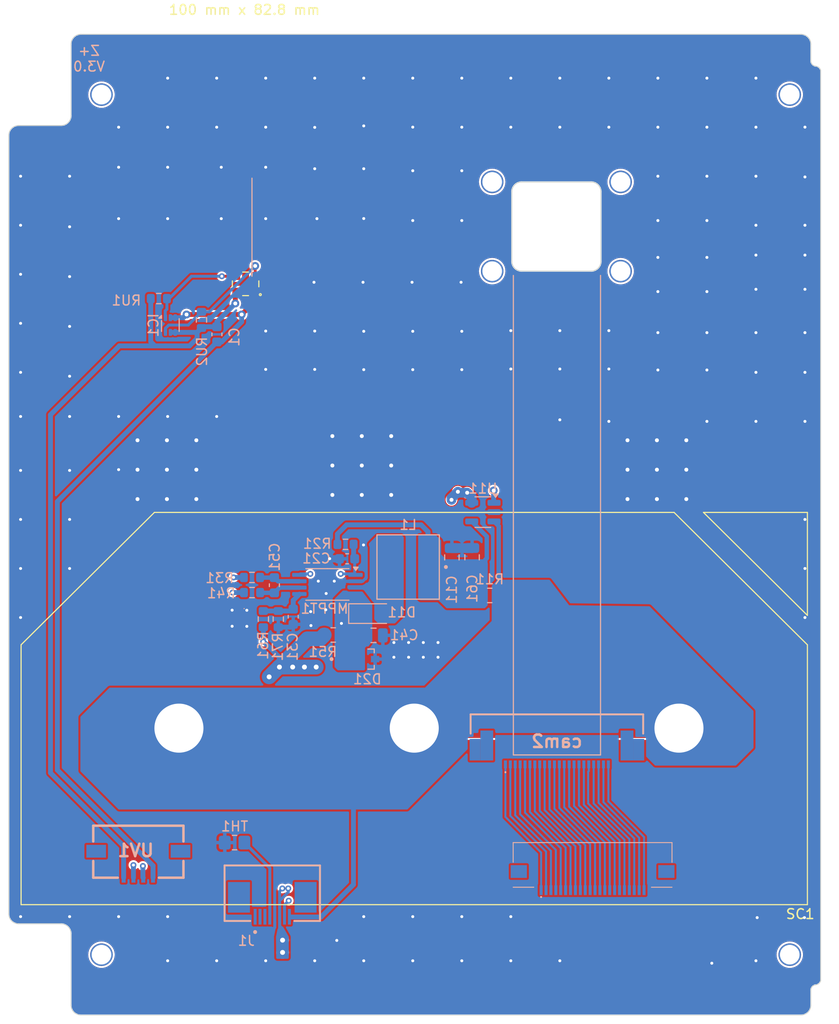
<source format=kicad_pcb>
(kicad_pcb (version 20240108) (generator "pcbnew") (generator_version "8.0")
  (layers (0 "F.Cu" jumper) (1 "In1.Cu" signal) (2 "In2.Cu" signal) (31 "B.Cu" signal) (34 "B.Paste" user) (35 "F.Paste" user) (36 "B.SilkS" user "B.Silkscreen") (37 "F.SilkS" user "F.Silkscreen") (38 "B.Mask" user) (39 "F.Mask" user) (44 "Edge.Cuts" user))
  (net 0 "")
  (net 1 "GND")
  (net 2 "/+3V3")
  (net 3 "/SCL")
  (net 4 "Net-(cam2-Pad1)")
  (net 5 "/SDA")
  (net 6 "Net-(MPPT1-VCTRL)")
  (net 7 "Net-(MPPT1-ICTRL_MINUS)")
  (net 8 "/SC1_V+")
  (net 9 "/SC1_I+")
  (net 10 "/MPPT1")
  (net 11 "Net-(MPPT1-ICTRL_PLUS)")
  (net 12 "/TEMP+")
  (net 16 "GND1")
  (net 17 "Net-(MPPT1-MPP-SET)")
  (net 18 "/SolarMPPT/MPPT1_OUT")
  (net 19 "/SolarMPPT/CUR1_OUT")
  (net 20 "Net-(D11-A)")
  (net 21 "Net-(cam2-Pad2)")
  (net 22 "Net-(cam2-Pad3)")
  (net 23 "Net-(cam2-Pad4)")
  (net 24 "Net-(cam2-Pad5)")
  (net 25 "Net-(cam2-Pad6)")
  (net 26 "Net-(cam2-Pad7)")
  (net 27 "Net-(cam2-Pad8)")
  (net 28 "Net-(cam2-Pad9)")
  (net 29 "Net-(cam2-Pad10)")
  (net 30 "Net-(cam2-Pad11)")
  (net 31 "Net-(cam2-Pad12)")
  (net 32 "Net-(cam2-Pad13)")
  (net 33 "Net-(cam2-Pad14)")
  (net 34 "Net-(cam2-Pad15)")
  (net 35 "Net-(cam2-Pad16)")
  (net 36 "Net-(cam2-Pad17)")
  (net 37 "Net-(cam2-Pad18)")
  (net 38 "Net-(cam2-Pad19)")
  (net 39 "Net-(cam2-Pad20)")
  (net 40 "Net-(cam2-Pad21)")
  (net 41 "Net-(cam2-Pad22)")
  (footprint "STS_solder:3G30A_40x80_Z+" (layer "F.Cu") (at 125.15 108.7802)
    (property "Reference" "SC1")
    (property "Value" "Solar_Cell" (hide yes))
  )
  (footprint "STS_UV:OLGA" (layer "F.Cu") (at 107.95 65.475 180)
    (property "Reference" "U1" (hide yes))
    (property "Value" "GUVA-C32SM")
  )
  (footprint "STS_Sidepanels_Outline:OUTLINE_SidepanelZY" (layer "F.Cu") (at 125.2 89.7)
    (property "Reference" "Outline1" (hide yes))
    (property "Value" "OUTLINE_Sidepanel")
    (fp_line (start -41.4 40.03) (end -41.4 -39.37) (stroke (width 0.1)) (layer "Edge.Cuts"))
    (fp_line (start -40.4 -40.37) (end -36.05 -40.37) (stroke (width 0.1)) (layer "Edge.Cuts"))
    (fp_line (start -40.4 41.03) (end -36.05 41.03) (stroke (width 0.1)) (layer "Edge.Cuts"))
    (fp_line (start -35.05 -48.67) (end -35.05 -41.37) (stroke (width 0.1)) (layer "Edge.Cuts"))
    (fp_line (start -35.05 49.33) (end -35.05 42.03) (stroke (width 0.1)) (layer "Edge.Cuts"))
    (fp_line (start 9.9 -33.62) (end 9.9 -26.52) (stroke (width 0.12)) (layer "Edge.Cuts"))
    (fp_line (start 10.9 -34.62) (end 18 -34.62) (stroke (width 0.12)) (layer "Edge.Cuts"))
    (fp_line (start 10.9 -25.52) (end 18 -25.52) (stroke (width 0.12)) (layer "Edge.Cuts"))
    (fp_line (start 19 -33.62) (end 19 -26.52) (stroke (width 0.12)) (layer "Edge.Cuts"))
    (fp_line (start 39.4 -49.67) (end -34.05 -49.67) (stroke (width 0.1)) (layer "Edge.Cuts"))
    (fp_line (start 39.4 50.33) (end -34.05 50.33) (stroke (width 0.1)) (layer "Edge.Cuts"))
    (fp_line (start 40.4 -47) (end 40.4 -48.67) (stroke (width 0.1)) (layer "Edge.Cuts"))
    (fp_line (start 40.4 49.33) (end 40.4 47.83) (stroke (width 0.1)) (layer "Edge.Cuts"))
    (fp_line (start 41.4 46.83) (end 41.4 -45.995) (stroke (width 0.1)) (layer "Edge.Cuts"))
    (fp_arc (start -41.4 -39.37) (mid -41.105 -40.075) (end -40.4 -40.37) (stroke (width 0.1)) (layer "Edge.Cuts"))
    (fp_arc (start -40.4 41.03) (mid -41.105 40.735) (end -41.4 40.03) (stroke (width 0.1)) (layer "Edge.Cuts"))
    (fp_arc (start -36.05 41.03) (mid -35.345 41.325) (end -35.05 42.03) (stroke (width 0.1)) (layer "Edge.Cuts"))
    (fp_arc (start -35.05 -48.67) (mid -34.755 -49.375) (end -34.05 -49.67) (stroke (width 0.1)) (layer "Edge.Cuts"))
    (fp_arc (start -35.05 -41.37) (mid -35.345 -40.665) (end -36.05 -40.37) (stroke (width 0.1)) (layer "Edge.Cuts"))
    (fp_arc (start -34.05 50.33) (mid -34.755 50.035) (end -35.05 49.33) (stroke (width 0.1)) (layer "Edge.Cuts"))
    (fp_arc (start 9.9 -33.62) (mid 10.189989 -34.330011) (end 10.9 -34.62) (stroke (width 0.12)) (layer "Edge.Cuts"))
    (fp_arc (start 10.9 -25.52) (mid 10.189989 -25.809989) (end 9.9 -26.52) (stroke (width 0.12)) (layer "Edge.Cuts"))
    (fp_arc (start 18 -34.62) (mid 18.710011 -34.330011) (end 19 -33.62) (stroke (width 0.12)) (layer "Edge.Cuts"))
    (fp_arc (start 19 -26.52) (mid 18.710011 -25.809989) (end 18 -25.52) (stroke (width 0.12)) (layer "Edge.Cuts"))
    (fp_arc (start 39.4 -49.67) (mid 40.104987 -49.374987) (end 40.4 -48.67) (stroke (width 0.1)) (layer "Edge.Cuts"))
    (fp_arc (start 40.4 47.83) (mid 40.512809 47.462254) (end 40.84 47.26) (stroke (width 0.1)) (layer "Edge.Cuts"))
    (fp_arc (start 40.4 49.33) (mid 40.104987 50.034987) (end 39.4 50.33) (stroke (width 0.1)) (layer "Edge.Cuts"))
    (fp_arc (start 40.84 -46.43) (mid 40.512817 -46.63226) (end 40.4 -47) (stroke (width 0.1)) (layer "Edge.Cuts"))
    (fp_arc (start 40.84 -46.43) (mid 41.190522 -46.303293) (end 41.4 -45.995) (stroke (width 0.1)) (layer "Edge.Cuts"))
    (fp_arc (start 41.4 46.83) (mid 41.189507 47.135901) (end 40.840046 47.261441) (stroke (width 0.1)) (layer "Edge.Cuts"))
  )
  (footprint "Capacitor_SMD:C_0603_1608Metric" (layer "B.Cu") (at 105.025 70.625 -90)
    (property "Reference" "C1")
    (property "Value" "1u" (hide yes))
  )
  (footprint "Package_TO_SOT_SMD:SOT-563" (layer "B.Cu") (at 100.275 69.675 -90)
    (property "Reference" "IC1")
    (property "Value" "TMP112AQDRLRQ1" (hide yes))
  )
  (footprint "Capacitor_SMD:C_0603_1608Metric" (layer "B.Cu") (at 118.3002 93.5108)
    (property "Reference" "C21")
    (property "Value" "1n" (hide yes))
  )
  (footprint "Package_SO:TSSOP-8_4.4x3mm_P0.65mm" (layer "B.Cu") (at 116.2936 96.127 180)
    (property "Reference" "MPPT1")
    (property "Value" "SPV1040TTR" (hide yes))
  )
  (footprint "Resistor_SMD:R_0603_1608Metric" (layer "B.Cu") (at 111.284 99.66 90)
    (property "Reference" "R71")
    (property "Value" "1k" (hide yes))
  )
  (footprint "STS_semiconductor:DIO_SMM4F5.0A-TR" (layer "B.Cu") (at 119.52 103.74)
    (property "Reference" "D21")
    (property "Value" "SMM4F5.0" (hide yes))
  )
  (footprint "Capacitor_SMD:C_0603_1608Metric" (layer "B.Cu") (at 110.885 96.205 90)
    (property "Reference" "C51")
    (property "Value" "1u" (hide yes))
  )
  (footprint "Resistor_SMD:R_0805_2012Metric" (layer "B.Cu") (at 116.8875 101.28)
    (property "Reference" "R51")
    (property "Value" "220m")
  )
  (footprint "Resistor_SMD:R_0603_1608Metric" (layer "B.Cu") (at 109.76 99.66 -90)
    (property "Reference" "R61")
    (property "Value" "3k" (hide yes))
  )
  (footprint "Resistor_SMD:R_0603_1608Metric" (layer "B.Cu") (at 108.605 96.955)
    (property "Reference" "R41")
    (property "Value" "1k" (hide yes))
  )
  (footprint "STS_Inductor_SMD:IND_XAL6060-103MEC" (layer "B.Cu") (at 124.5275 94.35 180)
    (property "Reference" "L1")
    (property "Value" "10u" (hide yes))
  )
  (footprint "Resistor_SMD:R_0603_1608Metric" (layer "B.Cu") (at 103.45 69.15 90)
    (property "Reference" "RU2")
    (property "Value" "4k7" (hide yes))
  )
  (footprint "Resistor_SMD:R_0805_2012Metric" (layer "B.Cu") (at 132.85 97.25 180)
    (property "Reference" "R11")
    (property "Value" "10m")
  )
  (footprint "STS_connector:SAMTEC_ZF5S-08-01-T-WT" (layer "B.Cu") (at 110.67 128.03)
    (property "Reference" "J1")
    (property "Value" "Conn_01x08" (hide yes))
  )
  (footprint "Capacitor_SMD:C_0603_1608Metric" (layer "B.Cu") (at 112.808 99.419 -90)
    (property "Reference" "C31")
    (property "Value" "1n" (hide yes))
  )
  (footprint "Resistor_SMD:R_0603_1608Metric" (layer "B.Cu") (at 99.1 66.975)
    (property "Reference" "RU1")
    (property "Value" "4k7" (hide yes))
  )
  (footprint "STS_connector:545482271" (layer "B.Cu") (at 143.34 125.25)
    (property "Reference" "edu_con2" (hide yes))
    (property "Value" "54548-2271" (hide yes))
  )
  (footprint "STS_connector:200528-0040" (layer "B.Cu") (at 97.01 126.03)
    (property "Reference" "UV1")
    (property "Value" "501461-0491" (hide yes))
  )
  (footprint "Capacitor_SMD:C_0805_2012Metric" (layer "B.Cu") (at 128.99 93.37 90)
    (property "Reference" "C11")
    (property "Value" "22u" (hide yes))
  )
  (footprint "Resistor_SMD:R_0805_2012Metric_Pad1.20x1.40mm_HandSolder" (layer "B.Cu") (at 106.825 122.45 180)
    (property "Reference" "TH1")
    (property "Value" "Thermistor_NTC" (hide yes))
  )
  (footprint "Package_TO_SOT_SMD:SOT-23-5" (layer "B.Cu") (at 132.15 88.75 180)
    (property "Reference" "U11")
    (property "Value" "INA180A4" (hide yes))
  )
  (footprint "STS_connector:524352271" (layer "B.Cu") (at 139.7 111.925)
    (property "Reference" "cam2")
    (property "Value" "52435-2271" (hide yes))
  )
  (footprint "Capacitor_SMD:C_0805_2012Metric" (layer "B.Cu") (at 121 101.32)
    (property "Reference" "C41")
    (property "Value" "22u")
  )
  (footprint "Capacitor_SMD:C_0805_2012Metric" (layer "B.Cu") (at 131.05 93.36 90)
    (property "Reference" "C61")
    (property "Value" "22u" (hide yes))
  )
  (footprint "Resistor_SMD:R_0603_1608Metric" (layer "B.Cu") (at 108.6 95.415)
    (property "Reference" "R31")
    (property "Value" "1k" (hide yes))
  )
  (footprint "Diode_SMD:D_SOD-123F" (layer "B.Cu") (at 120.675 99.1)
    (property "Reference" "D11")
    (property "Value" "PMEG2020EH" (hide yes))
  )
  (footprint "Resistor_SMD:R_0603_1608Metric" (layer "B.Cu") (at 118.142 92.04 180)
    (property "Reference" "R21")
    (property "Value" "1k" (hide yes))
  )
  (gr_text "Z+\nV3.0" (at 91.98 42.51 0) (layer "B.SilkS") (effects (font (size 1 1)) (justify mirror)))
  (gr_text "100 mm x 82.8 mm" (at 107.8296 37.5316 0) (layer "F.SilkS") (effects (font (size 1 1))))
  (via (at 115 134.5) (size 0.6) (drill 0.3) (layers "F.Cu" "B.Cu") (net 1))
  (via (at 165 59.5) (size 0.6) (drill 0.3) (layers "F.Cu" "B.Cu") (net 1))
  (via (at 105.4674 58.8274) (size 0.6) (drill 0.3) (layers "F.Cu" "B.Cu") (net 1))
  (via (at 116.125 98.71) (size 0.6) (drill 0.3) (layers "F.Cu" "B.Cu") (net 1))
  (via (at 152.9 87.425) (size 0.8) (drill 0.4) (layers "F.Cu" "B.Cu") (net 1))
  (via (at 95 79) (size 0.6) (drill 0.3) (layers "F.Cu" "B.Cu") (net 1))
  (via (at 129.925 65.3143) (size 0.6) (drill 0.3) (layers "F.Cu" "B.Cu") (net 1))
  (via (at 114.586 98.898) (size 0.6) (drill 0.3) (layers "F.Cu" "B.Cu") (net 1))
  (via (at 125 53.94) (size 0.6) (drill 0.3) (layers "F.Cu" "B.Cu") (net 1))
  (via (at 100 44.5) (size 0.6) (drill 0.3) (layers "F.Cu" "B.Cu") (net 1))
  (via (at 150 49.5) (size 0.6) (drill 0.3) (layers "F.Cu" "B.Cu") (net 1))
  (via (at 122.8 84) (size 0.8) (drill 0.4) (layers "F.Cu" "B.Cu") (net 1))
  (via (at 124.575 102.05) (size 0.6) (drill 0.3) (layers "F.Cu" "B.Cu") (net 1))
  (via (at 127.575 103.55) (size 0.6) (drill 0.3) (layers "F.Cu" "B.Cu") (net 1))
  (via (at 100 134.5) (size 0.6) (drill 0.3) (layers "F.Cu" "B.Cu") (net 1))
  (via (at 160 59.5) (size 0.6) (drill 0.3) (layers "F.Cu" "B.Cu") (net 1))
  (via (at 130 130) (size 0.6) (drill 0.3) (layers "F.Cu" "B.Cu") (net 1))
  (via (at 102.925 87.425) (size 0.8) (drill 0.4) (layers "F.Cu" "B.Cu") (net 1))
  (via (at 105 79) (size 0.6) (drill 0.3) (layers "F.Cu" "B.Cu") (net 1))
  (via (at 85 130) (size 0.6) (drill 0.3) (layers "F.Cu" "B.Cu") (net 1))
  (via (at 140 134.5) (size 0.6) (drill 0.3) (layers "F.Cu" "B.Cu") (net 1))
  (via (at 90 64.735) (size 0.6) (drill 0.3) (layers "F.Cu" "B.Cu") (net 1))
  (via (at 119.925 65.3143) (size 0.6) (drill 0.3) (layers "F.Cu" "B.Cu") (net 1))
  (via (at 105 44.5) (size 0.6) (drill 0.3) (layers "F.Cu" "B.Cu") (net 1))
  (via (at 155 49.5) (size 0.6) (drill 0.3) (layers "F.Cu" "B.Cu") (net 1))
  (via (at 114.615 100.32) (size 0.6) (drill 0.3) (layers "F.Cu" "B.Cu") (net 1))
  (via (at 160 74.5) (size 0.6) (drill 0.3) (layers "F.Cu" "B.Cu") (net 1))
  (via (at 160 44.5) (size 0.6) (drill 0.3) (layers "F.Cu" "B.Cu") (net 1))
  (via (at 155 66.2654) (size 0.6) (drill 0.3) (layers "F.Cu" "B.Cu") (net 1))
  (via (at 99.925 87.425) (size 0.8) (drill 0.4) (layers "F.Cu" "B.Cu") (net 1))
  (via (at 125 59.02) (size 0.6) (drill 0.3) (layers "F.Cu" "B.Cu") (net 1))
  (via (at 145 49.5) (size 0.6) (drill 0.3) (layers "F.Cu" "B.Cu") (net 1))
  (via (at 150 44.5) (size 0.6) (drill 0.3) (layers "F.Cu" "B.Cu") (net 1))
  (via (at 100 49.5) (size 0.6) (drill 0.3) (layers "F.Cu" "B.Cu") (net 1))
  (via (at 95 49.5) (size 0.6) (drill 0.3) (layers "F.Cu" "B.Cu") (net 1))
  (via (at 135 44.5) (size 0.6) (drill 0.3) (layers "F.Cu" "B.Cu") (net 1))
  (via (at 135 74.1584) (size 0.6) (drill 0.3) (layers "F.Cu" "B.Cu") (net 1))
  (via (at 99.925 81.425) (size 0.8) (drill 0.4) (layers "F.Cu" "B.Cu") (net 1))
  (via (at 122.8 87) (size 0.8) (drill 0.4) (layers "F.Cu" "B.Cu") (net 1))
  (via (at 155 44.5) (size 0.6) (drill 0.3) (layers "F.Cu" "B.Cu") (net 1))
  (via (at 146.9 87.425) (size 0.8) (drill 0.4) (layers "F.Cu" "B.Cu") (net 1))
  (via (at 95 58.8274) (size 0.6) (drill 0.3) (layers "F.Cu" "B.Cu") (net 1))
  (via (at 96.925 84.425) (size 0.8) (drill 0.4) (layers "F.Cu" "B.Cu") (net 1))
  (via (at 117.25 132.425) (size 0.6) (drill 0.3) (layers "F.Cu" "B.Cu") (net 1))
  (via (at 108.075 100.4) (size 0.6) (drill 0.3) (layers "F.Cu" "B.Cu") (net 1))
  (via (at 160 66.0304) (size 0.6) (drill 0.3) (layers "F.Cu" "B.Cu") (net 1))
  (via (at 120 70.3134) (size 0.6) (drill 0.3) (layers "F.Cu" "B.Cu") (net 1))
  (via (at 165 89.5) (size 0.6) (drill 0.3) (layers "F.Cu" "B.Cu") (net 1))
  (via (at 125 49.495) (size 0.6) (drill 0.3) (layers "F.Cu" "B.Cu") (net 1))
  (via (at 146.9 84.425) (size 0.8) (drill 0.4) (layers "F.Cu" "B.Cu") (net 1))
  (via (at 116.165 97.05) (size 0.6) (drill 0.3) (layers "F.Cu" "B.Cu") (net 1))
  (via (at 146.9 81.425) (size 0.8) (drill 0.4) (layers "F.Cu" "B.Cu") (net 1))
  (via (at 90 84.5) (size 0.6) (drill 0.3) (layers "F.Cu" "B.Cu") (net 1))
  (via (at 149.9 84.425) (size 0.8) (drill 0.4) (layers "F.Cu" "B.Cu") (net 1))
  (via (at 120 44.5) (size 0.6) (drill 0.3) (layers "F.Cu" "B.Cu") (net 1))
  (via (at 120 49.368) (size 0.6) (drill 0.3) (layers "F.Cu" "B.Cu") (net 1))
  (via (at 123.075 102.05) (size 0.6) (drill 0.3) (layers "F.Cu" "B.Cu") (net 1))
  (via (at 95 84.42) (size 0.6) (drill 0.3) (layers "F.Cu" "B.Cu") (net 1))
  (via (at 122.8 81) (size 0.8) (drill 0.4) (layers "F.Cu" "B.Cu") (net 1))
  (via (at 125 130) (size 0.6) (drill 0.3) (layers "F.Cu" "B.Cu") (net 1))
  (via (at 155 54.5) (size 0.6) (drill 0.3) (layers "F.Cu" "B.Cu") (net 1))
  (via (at 149.9 87.425) (size 0.8) (drill 0.4) (layers "F.Cu" "B.Cu") (net 1))
  (via (at 115.225 58.8274) (size 0.6) (drill 0.3) (layers "F.Cu" "B.Cu") (net 1))
  (via (at 123.075 103.55) (size 0.6) (drill 0.3) (layers "F.Cu" "B.Cu") (net 1))
  (via (at 127.575 102.05) (size 0.6) (drill 0.3) (layers "F.Cu" "B.Cu") (net 1))
  (via (at 150 70.45) (size 0.6) (drill 0.3) (layers "F.Cu" "B.Cu") (net 1))
  (via (at 114.925 65.3143) (size 0.6) (drill 0.3) (layers "F.Cu" "B.Cu") (net 1))
  (via (at 125 74.225) (size 0.6) (drill 0.3) (layers "F.Cu" "B.Cu") (net 1))
  (via (at 130 44.5) (size 0.6) (drill 0.3) (layers "F.Cu" "B.Cu") (net 1))
  (via (at 150 59.02) (size 0.6) (drill 0.3) (layers "F.Cu" "B.Cu") (net 1))
  (via (at 155 62.7792) (size 0.6) (drill 0.3) (layers "F.Cu" "B.Cu") (net 1))
  (via (at 120 130) (size 0.6) (drill 0.3) (layers "F.Cu" "B.Cu") (net 1))
  (via (at 125 70.3134) (size 0.6) (drill 0.3) (layers "F.Cu" "B.Cu") (net 1))
  (via (at 120 74.225) (size 0.6) (drill 0.3) (layers "F.Cu" "B.Cu") (net 1))
  (via (at 115 49.5204) (size 0.6) (drill 0.3) (layers "F.Cu" "B.Cu") (net 1))
  (via (at 116.8 87) (size 0.8) (drill 0.4) (layers "F.Cu" "B.Cu") (net 1))
  (via (at 85 79) (size 0.6) (drill 0.3) (layers "F.Cu" "B.Cu") (net 1))
  (via (at 152.9 84.425) (size 0.8) (drill 0.4) (layers "F.Cu" "B.Cu") (net 1))
  (via (at 95 53.5844) (size 0.6) (drill 0.3) (layers "F.Cu" "B.Cu") (net 1))
  (via (at 116.995 95.79) (size 0.6) (drill 0.3) (layers "F.Cu" "B.Cu") (net 1))
  (via (at 90 74.895) (size 0.6) (drill 0.3) (layers "F.Cu" "B.Cu") (net 1))
  (via (at 165 70.45) (size 0.6) (drill 0.3) (layers "F.Cu" "B.Cu") (net 1))
  (via (at 90 130) (size 0.6) (drill 0.3) (layers "F.Cu" "B.Cu") (net 1))
  (via (at 110 134.5) (size 0.6) (drill 0.3) (layers "F.Cu" "B.Cu") (net 1))
  (via (at 110 44.5) (size 0.6) (drill 0.3) (layers "F.Cu" "B.Cu") (net 1))
  (via (at 106.575 98.75) (size 0.6) (drill 0.3) (layers "F.Cu" "B.Cu") (net 1))
  (via (at 145 44.5) (size 0.6) (drill 0.3) (layers "F.Cu" "B.Cu") (net 1))
  (via (at 119.8 81) (size 0.8) (drill 0.4) (layers "F.Cu" "B.Cu") (net 1))
  (via (at 145 74.1584) (size 0.6) (drill 0.3) (layers "F.Cu" "B.Cu") (net 1))
  (via (at 85 74.5) (size 0.6) (drill 0.3) (layers "F.Cu" "B.Cu") (net 1))
  (via (at 130 74.225) (size 0.6) (drill 0.3) (layers "F.Cu" "B.Cu") (net 1))
  (via (at 119.8 84) (size 0.8) (drill 0.4) (layers "F.Cu" "B.Cu") (net 1))
  (via (at 90 69.815) (size 0.6) (drill 0.3) (layers "F.Cu" "B.Cu") (net 1))
  (via (at 90 54.5) (size 0.6) (drill 0.3) (layers "F.Cu" "B.Cu") (net 1))
  (via (at 85 84.5) (size 0.6) (drill 0.3) (layers "F.Cu" "B.Cu") (net 1))
  (via (at 85 99.5) (size 0.6) (drill 0.3) (layers "F.Cu" "B.Cu") (net 1))
  (via (at 90 94.5) (size 0.6) (drill 0.3) (layers "F.Cu" "B.Cu") (net 1))
  (via (at 102.925 84.425) (size 0.8) (drill 0.4) (layers "F.Cu" "B.Cu") (net 1))
  (via (at 124.575 103.55) (size 0.6) (drill 0.3) (layers "F.Cu" "B.Cu") (net 1))
  (via (at 155 59.02) (size 0.6) (drill 0.3) (layers "F.Cu" "B.Cu") (net 1))
  (via (at 160 70.45) (size 0.6) (drill 0.3) (layers "F.Cu" "B.Cu") (net 1))
  (via (at 155 79.5) (size 0.6) (drill 0.3) (layers "F.Cu" "B.Cu") (net 1))
  (via (at 96.925 87.425) (size 0.8) (drill 0.4) (layers "F.Cu" "B.Cu") (net 1))
  (via (at 124.925 65.3143) (size 0.6) (drill 0.3) (layers "F.Cu" "B.Cu") (net 1))
  (via (at 160 54.5) (size 0.6) (drill 0.3) (layers "F.Cu" "B.Cu") (net 1))
  (via (at 115 53.7368) (size 0.6) (drill 0.3) (layers "F.Cu" "B.Cu") (net 1))
  (via (at 126.075 102.05) (size 0.6) (drill 0.3) (layers "F.Cu" "B.Cu") (net 1))
  (via (at 99.925 84.425) (size 0.8) (drill 0.4) (layers "F.Cu" "B.Cu") (net 1))
  (via (at 135 130) (size 0.6) (drill 0.3) (layers "F.Cu" "B.Cu") (net 1))
  (via (at 165 94.5) (size 0.6) (drill 0.3) (layers "F.Cu" "B.Cu") (net 1))
  (via (at 130 49.5) (size 0.6) (drill 0.3) (layers "F.Cu" "B.Cu") (net 1))
  (via (at 130 53.94) (size 0.6) (drill 0.3) (layers "F.Cu" "B.Cu") (net 1))
  (via (at 106.575 100.39) (size 0.6) (drill 0.3) (layers "F.Cu" "B.Cu") (net 1))
  (via (at 150 54.5) (size 0.6) (drill 0.3) (layers "F.Cu" "B.Cu") (net 1))
  (via (at 140 74.1584) (size 0.6) (drill 0.3) (layers "F.Cu" "B.Cu") (net 1))
  (via (at 140 79.34) (size 0.6) (drill 0.3) (layers "F.Cu" "B.Cu") (net 1))
  (via (at 165 79.5) (size 0.6) (drill 0.3) (layers "F.Cu" "B.Cu") (net 1))
  (via (at 150 74.26) (size 0.6) (drill 0.3) (layers "F.Cu" "B.Cu") (net 1))
  (via (at 85 64.5) (size 0.6) (drill 0.3) (layers "F.Cu" "B.Cu") (net 1))
  (via (at 100 79) (size 0.6) (drill 0.3) (layers "F.Cu" "B.Cu") (net 1))
  (via (at 149.9 81.425) (size 0.8) (drill 0.4) (layers "F.Cu" "B.Cu") (net 1))
  (via (at 140 49.5) (size 0.6) (drill 0.3) (layers "F.Cu" "B.Cu") (net 1))
  (via (at 125 44.5) (size 0.6) (drill 0.3) (layers "F.Cu" "B.Cu") (net 1))
  (via (at 115.365 95.79) (size 0.6) (drill 0.3) (layers "F.Cu" "B.Cu") (net 1))
  (via (at 135 134.5) (size 0.6) (drill 0.3) (layers "F.Cu" "B.Cu") (net 1))
  (via (at 152.9 81.425) (size 0.8) (drill 0.4) (layers "F.Cu" "B.Cu") (net 1))
  (via (at 95 130) (size 0.6) (drill 0.3) (layers "F.Cu" "B.Cu") (net 1))
  (via (at 160 79.5) (size 0.6) (drill 0.3) (layers "F.Cu" "B.Cu") (net 1))
  (via (at 145 79.5) (size 0.6) (drill 0.3) (layers "F.Cu" "B.Cu") (net 1))
  (via (at 110 53.5844) (size 0.6) (drill 0.3) (layers "F.Cu" "B.Cu") (net 1))
  (via (at 135 49.5) (size 0.6) (drill 0.3) (layers "F.Cu" "B.Cu") (net 1))
  (via (at 130 134.5) (size 0.6) (drill 0.3) (layers "F.Cu" "B.Cu") (net 1))
  (via (at 105 134.5) (size 0.6) (drill 0.3) (layers "F.Cu" "B.Cu") (net 1))
  (via (at 85 89.5) (size 0.6) (drill 0.3) (layers "F.Cu" "B.Cu") (net 1))
  (via (at 160 62.5442) (size 0.6) (drill 0.3) (layers "F.Cu" "B.Cu") (net 1))
  (via (at 120 58.8168) (size 0.6) (drill 0.3) (layers "F.Cu" "B.Cu") (net 1))
  (via (at 165 54.575) (size 0.6) (drill 0.3) (layers "F.Cu" "B.Cu") (net 1))
  (via (at 145 70.2468) (size 0.6) (drill 0.3) (layers "F.Cu" "B.Cu") (net 1))
  (via (at 100 130) (size 0.6) (drill 0.3) (layers "F.Cu" "B.Cu") (net 1))
  (via (at 164.95 130.1) (size 0.6) (drill 0.3) (layers "F.Cu" "B.Cu") (net 1))
  (via (at 116.8 84) (size 0.8) (drill 0.4) (layers "F.Cu" "B.Cu") (net 1))
  (via (at 115 74.2) (size 0.6) (drill 0.3) (layers "F.Cu" "B.Cu") (net 1))
  (via (at 108.075 98.76) (size 0.6) (drill 0.3) (layers "F.Cu" "B.Cu") (net 1))
  (via (at 105.4674 53.5844) (size 0.6) (drill 0.3) (layers "F.Cu" "B.Cu") (net 1))
  (via (at 116.8 81) (size 0.8) (drill 0.4) (layers "F.Cu" "B.Cu") (net 1))
  (via (at 119.975 92.1) (size 0.6) (drill 0.3) (layers "F.Cu" "B.Cu") (net 1))
  (via (at 116.525 93.5) (size 0.6) (drill 0.3) (layers "F.Cu" "B.Cu") (net 1))
  (via (at 165 74.5) (size 0.6) (drill 0.3) (layers "F.Cu" "B.Cu") (net 1))
  (via (at 100 53.5844) (size 0.6) (drill 0.3) (layers "F.Cu" "B.Cu") (net 1))
  (via (at 105 49.5) (size 0.6) (drill 0.3) (layers "F.Cu" "B.Cu") (net 1))
  (via (at 165 49.495) (size 0.6) (drill 0.3) (layers "F.Cu" "B.Cu") (net 1))
  (via (at 165 66.0304) (size 0.6) (drill 0.3) (layers "F.Cu" "B.Cu") (net 1))
  (via (at 85 54.5) (size 0.6) (drill 0.3) (layers "F.Cu" "B.Cu") (net 1))
  (via (at 110 70.2884) (size 0.6) (drill 0.3) (layers "F.Cu" "B.Cu") (net 1))
  (via (at 100 58.8274) (size 0.6) (drill 0.3) (layers "F.Cu" "B.Cu") (net 1))
  (via (at 85 94.5) (size 0.6) (drill 0.3) (layers "F.Cu" "B.Cu") (net 1))
  (via (at 102.925 81.425) (size 0.8) (drill 0.4) (layers "F.Cu" "B.Cu") (net 1))
  (via (at 160 49.5) (size 0.6) (drill 0.3) (layers "F.Cu" "B.Cu") (net 1))
  (via (at 120 134.5) (size 0.6) (drill 0.3) (layers "F.Cu" "B.Cu") (net 1))
  (via (at 126.075 103.55) (size 0.6) (drill 0.3) (layers "F.Cu" "B.Cu") (net 1))
  (via (at 155.5 134.75) (size 0.6) (drill 0.3) (layers "F.Cu" "B.Cu") (net 1))
  (via (at 130 59.02) (size 0.6) (drill 0.3) (layers "F.Cu" "B.Cu") (net 1))
  (via (at 165 99.5) (size 0.6) (drill 0.3) (layers "F.Cu" "B.Cu") (net 1))
  (via (at 120 53.7368) (size 0.6) (drill 0.3) (layers "F.Cu" "B.Cu") (net 1))
  (via (at 115 70.2884) (size 0.6) (drill 0.3) (layers "F.Cu" "B.Cu") (net 1))
  (via (at 110 74.2) (size 0.6) (drill 0.3) (layers "F.Cu" "B.Cu") (net 1))
  (via (at 85 59.5) (size 0.6) (drill 0.3) (layers "F.Cu" "B.Cu") (net 1))
  (via (at 96.925 81.425) (size 0.8) (drill 0.4) (layers "F.Cu" "B.Cu") (net 1))
  (via (at 115 44.5) (size 0.6) (drill 0.3) (layers "F.Cu" "B.Cu") (net 1))
  (via (at 160 134.5) (size 0.6) (drill 0.3) (layers "F.Cu" "B.Cu") (net 1))
  (via (at 165 62.5442) (size 0.6) (drill 0.3) (layers "F.Cu" "B.Cu") (net 1))
  (via (at 125 134.5) (size 0.6) (drill 0.3) (layers "F.Cu" "B.Cu") (net 1))
  (via (at 90 59.655) (size 0.6) (drill 0.3) (layers "F.Cu" "B.Cu") (net 1))
  (via (at 130 70.3134) (size 0.6) (drill 0.3) (layers "F.Cu" "B.Cu") (net 1))
  (via (at 140 70.2468) (size 0.6) (drill 0.3) (layers "F.Cu" "B.Cu") (net 1))
  (via (at 135 70.2468) (size 0.6) (drill 0.3) (layers "F.Cu" "B.Cu") (net 1))
  (via (at 155 74.26) (size 0.6) (drill 0.3) (layers "F.Cu" "B.Cu") (net 1))
  (via (at 90 89.5) (size 0.6) (drill 0.3) (layers "F.Cu" "B.Cu") (net 1))
  (via (at 140 44.5) (size 0.6) (drill 0.3) (layers "F.Cu" "B.Cu") (net 1))
  (via (at 160.125 130.1) (size 0.6) (drill 0.3) (layers "F.Cu" "B.Cu") (net 1))
  (via (at 85 69.5) (size 0.6) (drill 0.3) (layers "F.Cu" "B.Cu") (net 1))
  (via (at 90 79) (size 0.6) (drill 0.3) (layers "F.Cu" "B.Cu") (net 1))
  (via (at 110 58.8274) (size 0.6) (drill 0.3) (layers "F.Cu" "B.Cu") (net 1))
  (via (at 119.8 87) (size 0.8) (drill 0.4) (layers "F.Cu" "B.Cu") (net 1))
  (via (at 150 66.2654) (size 0.6) (drill 0.3) (layers "F.Cu" "B.Cu") (net 1))
  (via (at 110 49.5) (size 0.6) (drill 0.3) (layers "F.Cu" "B.Cu") (net 1))
  (via (at 155 70.45) (size 0.6) (drill 0.3) (layers "F.Cu" "B.Cu") (net 1))
  (via (at 150 62.7792) (size 0.6) (drill 0.3) (layers "F.Cu" "B.Cu") (net 1))
  (segment (start 112.517 100.485) (end 112.808 100.194) (width 0.5) (layer "B.Cu") (net 1))
  (segment (start 120.25 92.375) (end 119.975 92.1) (width 0.3) (layer "B.Cu") (net 1))
  (segment (start 119.893599 95.802) (end 120.25 95.445599) (width 0.3) (layer "B.Cu") (net 1))
  (segment (start 117.5252 93.5108) (end 116.5358 93.5108) (width 0.75) (layer "B.Cu") (net 1))
  (segment (start 120.25 95.445599) (end 120.25 92.375) (width 0.3) (layer "B.Cu") (net 1))
  (segment (start 110.92 131.095) (end 110.92 130.51) (width 0.3) (layer "B.Cu") (net 1))
  (segment (start 119.1561 95.802) (end 119.893599 95.802) (width 0.3) (layer "B.Cu") (net 1))
  (segment (start 131.04 92.42) (end 131.05 92.41) (width 1) (layer "B.Cu") (net 1))
  (segment (start 111.284 100.485) (end 112.517 100.485) (width 0.5) (layer "B.Cu") (net 1))
  (segment (start 107.485 132.015) (end 105 134.5) (width 0.3) (layer "B.Cu") (net 1))
  (segment (start 116.5358 93.5108) (end 116.525 93.5) (width 0.75) (layer "B.Cu") (net 1))
  (segment (start 110 134.5) (end 110 132.015) (width 0.3) (layer "B.Cu") (net 1))
  (segment (start 110 132.015) (end 110.92 131.095) (width 0.3) (layer "B.Cu") (net 1))
  (segment (start 128.99 92.42) (end 131.04 92.42) (width 1) (layer "B.Cu") (net 1))
  (segment (start 110 132.015) (end 107.485 132.015) (width 0.3) (layer "B.Cu") (net 1))
  (segment (start 106.9 66.375) (end 107 66.275) (width 0.5) (layer "F.Cu") (net 2))
  (segment (start 106.9 67.475) (end 106.9 66.375) (width 0.5) (layer "F.Cu") (net 2))
  (via (at 106.9 67.475) (size 0.8) (drill 0.4) (layers "F.Cu" "B.Cu") (net 2))
  (segment (start 100.775 70.425) (end 103 70.425) (width 0.5) (layer "B.Cu") (net 2))
  (segment (start 98.275 71.375) (end 98.275 66.975) (width 0.5) (layer "B.Cu") (net 2))
  (segment (start 105.025 69.35) (end 106.9 67.475) (width 0.5) (layer "B.Cu") (net 2))
  (segment (start 99.775 71.8) (end 98.55 71.8) (width 0.5) (layer "B.Cu") (net 2))
  (segment (start 103 70.425) (end 103.45 69.975) (width 0.5) (layer "B.Cu") (net 2))
  (segment (start 98.55 71.65) (end 98.275 71.375) (width 0.5) (layer "B.Cu") (net 2))
  (segment (start 103.575 69.85) (end 103.45 69.975) (width 0.5) (layer "B.Cu") (net 2))
  (segment (start 103 71.025) (end 103 70.425) (width 0.5) (layer "B.Cu") (net 2))
  (segment (start 88.05 115.34057) (end 95.51 122.80057) (width 0.5) (layer "B.Cu") (net 2))
  (segment (start 95.51 122.80057) (end 95.51 126.03) (width 0.5) (layer "B.Cu") (net 2))
  (segment (start 102.225 71.8) (end 103 71.025) (width 0.5) (layer "B.Cu") (net 2))
  (segment (start 100.775 70.425) (end 100.395 70.425) (width 0.5) (layer "B.Cu") (net 2))
  (segment (start 98.55 71.8) (end 98.55 71.65) (width 0.5) (layer "B.Cu") (net 2))
  (segment (start 99.775 71.8) (end 102.225 71.8) (width 0.5) (layer "B.Cu") (net 2))
  (segment (start 95.075 71.8) (end 88.05 78.825) (width 0.5) (layer "B.Cu") (net 2))
  (segment (start 98.55 71.8) (end 95.075 71.8) (width 0.5) (layer "B.Cu") (net 2))
  (segment (start 105.025 69.85) (end 105.025 69.35) (width 0.5) (layer "B.Cu") (net 2))
  (segment (start 105.025 69.85) (end 103.575 69.85) (width 0.5) (layer "B.Cu") (net 2))
  (segment (start 88.05 78.825) (end 88.05 115.34057) (width 0.5) (layer "B.Cu") (net 2))
  (segment (start 106.975 64.7) (end 107 64.675) (width 0.3) (layer "F.Cu") (net 3))
  (segment (start 105.525 64.7) (end 106.975 64.7) (width 0.3) (layer "F.Cu") (net 3))
  (via (at 97.475609 124.83689) (size 0.6) (drill 0.3) (layers "F.Cu" "B.Cu") (net 3))
  (via (at 105.525 64.7) (size 0.6) (drill 0.3) (layers "F.Cu" "B.Cu") (net 3))
  (segment (start 102.425 64.7) (end 105.525 64.7) (width 0.3) (layer "B.Cu") (net 3))
  (segment (start 99.925 66.975) (end 100.15 66.975) (width 0.3) (layer "B.Cu") (net 3))
  (segment (start 97.475609 125.995609) (end 97.51 126.03) (width 0.5) (layer "B.Cu") (net 3))
  (segment (start 97.475609 124.83689) (end 97.475609 125.995609) (width 0.5) (layer "B.Cu") (net 3))
  (segment (start 100.15 66.975) (end 102.425 64.7) (width 0.3) (layer "B.Cu") (net 3))
  (segment (start 99.925 68.055) (end 99.755 68.225) (width 0.3) (layer "B.Cu") (net 3))
  (segment (start 99.925 66.975) (end 99.925 68.055) (width 0.3) (layer "B.Cu") (net 3))
  (segment (start 99.755 68.225) (end 99.755 68.925) (width 0.3) (layer "B.Cu") (net 3))
  (segment (start 134.45 119.825) (end 134.45 114.475) (width 0.2) (layer "B.Cu") (net 4))
  (segment (start 138.09 127.3) (end 138.09 123.465) (width 0.2) (layer "B.Cu") (net 4))
  (segment (start 138.09 123.465) (end 134.45 119.825) (width 0.2) (layer "B.Cu") (net 4))
  (segment (start 108.925 63.65) (end 108.925 64.65) (width 0.3) (layer "F.Cu") (net 5))
  (segment (start 108.925 64.65) (end 108.9 64.675) (width 0.3) (layer "F.Cu") (net 5))
  (via (at 96.51 124.74) (size 0.6) (drill 0.3) (layers "F.Cu" "B.Cu") (net 5))
  (via (at 108.925 63.65) (size 0.8) (drill 0.4) (layers "F.Cu" "B.Cu") (net 5))
  (segment (start 103.45 68.325) (end 104.25 68.325) (width 0.3) (layer "B.Cu") (net 5))
  (segment (start 99.775 70.01403) (end 99.775 70.425) (width 0.3) (layer "B.Cu") (net 5))
  (segment (start 96.53 124.74) (end 96.51 124.74) (width 0.3) (layer "B.Cu") (net 5))
  (segment (start 100.11403 69.675) (end 99.775 70.01403) (width 0.3) (layer "B.Cu") (net 5))
  (segment (start 96.51 124.74) (end 96.51 126.03) (width 0.5) (layer "B.Cu") (net 5))
  (segment (start 102.1 69.675) (end 100.11403 69.675) (width 0.3) (layer "B.Cu") (net 5))
  (segment (start 104.25 68.325) (end 108.925 63.65) (width 0.3) (layer "B.Cu") (net 5))
  (segment (start 103.45 68.325) (end 102.1 69.675) (width 0.3) (layer "B.Cu") (net 5))
  (segment (start 112.617 98.835) (end 112.808 98.644) (width 0.5) (layer "B.Cu") (net 6))
  (segment (start 112.808 98.644) (end 112.808 97.7501) (width 0.5) (layer "B.Cu") (net 6))
  (segment (start 111.284 98.835) (end 112.617 98.835) (width 0.5) (layer "B.Cu") (net 6))
  (segment (start 112.808 97.7501) (end 113.4311 97.127) (width 0.5) (layer "B.Cu") (net 6))
  (segment (start 113.41 97.1231) (end 113.4311 97.102) (width 0.45) (layer "B.Cu") (net 6))
  (segment (start 109.76 98.835) (end 111.284 98.835) (width 0.5) (layer "B.Cu") (net 6))
  (segment (start 110.885 96.98) (end 109.455 96.98) (width 0.45) (layer "B.Cu") (net 7))
  (segment (start 109.455 96.98) (end 109.43 96.955) (width 0.45) (layer "B.Cu") (net 7))
  (segment (start 111.413 96.452) (end 110.885 96.98) (width 0.45) (layer "B.Cu") (net 7))
  (segment (start 113.4311 96.452) (end 111.413 96.452) (width 0.45) (layer "B.Cu") (net 7))
  (segment (start 125.15 110.7802) (end 101.15 110.7802) (width 2) (layer "F.Cu") (net 8))
  (segment (start 151.15 110.7802) (end 125.15 110.7802) (width 2) (layer "F.Cu") (net 8))
  (segment (start 115.637 130.04) (end 112.52 130.04) (width 0.5) (layer "B.Cu") (net 8))
  (segment (start 125 110.7802) (end 118.95 116.8302) (width 0.5) (layer "B.Cu") (net 8))
  (segment (start 118.95 116.8302) (end 118.95 126.727) (width 0.5) (layer "B.Cu") (net 8))
  (segment (start 133.2875 89.7) (end 133.7625 90.175) (width 0.45) (layer "B.Cu") (net 8))
  (segment (start 133.7625 90.175) (end 133.7625 97.25) (width 0.45) (layer "B.Cu") (net 8))
  (segment (start 118.95 126.727) (end 115.637 130.04) (width 0.5) (layer "B.Cu") (net 8))
  (via (at 133.25 86.55) (size 0.8) (drill 0.4) (layers "F.Cu" "B.Cu") (net 9))
  (via (at 112.346998 128.375) (size 0.6) (drill 0.3) (layers "F.Cu" "B.Cu") (net 9))
  (segment (start 133.25 87.7625) (end 133.2875 87.8) (width 0.5) (layer "B.Cu") (net 9))
  (segment (start 133.25 86.55) (end 133.25 87.7625) (width 0.5) (layer "B.Cu") (net 9))
  (segment (start 111.92 128.801998) (end 111.92 130.01) (width 0.3) (layer "B.Cu") (net 9))
  (segment (start 112.346998 128.375) (end 111.92 128.801998) (width 0.3) (layer "B.Cu") (net 9))
  (via (at 111.72 132.4) (size 0.9) (drill 0.5) (layers "F.Cu" "B.Cu") (net 10))
  (via (at 110.35 105.55) (size 0.9) (drill 0.5) (layers "F.Cu" "B.Cu") (net 10))
  (via (at 111.7 127.125) (size 0.6) (drill 0.3) (layers "F.Cu" "B.Cu") (net 10))
  (via (at 130.55 86.775) (size 0.8) (drill 0.4) (layers "F.Cu" "B.Cu") (net 10))
  (via (at 111.4 104.55) (size 0.9) (drill 0.5) (layers "F.Cu" "B.Cu") (net 10))
  (via (at 109.75 101.95) (size 0.6) (drill 0.3) (layers "F.Cu" "B.Cu") (net 10))
  (via (at 113.95 104.55) (size 0.9) (drill 0.5) (layers "F.Cu" "B.Cu") (net 10))
  (via (at 115.15 104.55) (size 0.9) (drill 0.5) (layers "F.Cu" "B.Cu") (net 10))
  (via (at 128.95 87.5) (size 0.8) (drill 0.4) (layers "F.Cu" "B.Cu") (net 10))
  (via (at 112.75 104.55) (size 0.9) (drill 0.5) (layers "F.Cu" "B.Cu") (net 10))
  (via (at 112.3 127.125) (size 0.6) (drill 0.3) (layers "F.Cu" "B.Cu") (net 10))
  (via (at 129.6 86.675) (size 0.8) (drill 0.4) (layers "F.Cu" "B.Cu") (net 10))
  (via (at 106.625 96.95) (size 0.6) (drill 0.3) (layers "F.Cu" "B.Cu") (net 10))
  (via (at 111.72 133.65) (size 0.9) (drill 0.5) (layers "F.Cu" "B.Cu") (net 10))
  (segment (start 111.4 104.55) (end 112.75 104.55) (width 1.5) (layer "B.Cu") (net 10))
  (segment (start 129.6 86.675) (end 128.95 87.325) (width 1) (layer "B.Cu") (net 10))
  (segment (start 131.0125 87.2375) (end 131.0125 87.8) (width 1) (layer "B.Cu") (net 10))
  (segment (start 111.42 128.382759) (end 111.42 130.01) (width 0.3) (layer "B.Cu") (net 10))
  (segment (start 112.3 127.502759) (end 111.42 128.382759) (width 0.3) (layer "B.Cu") (net 10))
  (segment (start 111.7 127.125) (end 111.42 127.405) (width 0.3) (layer "B.Cu") (net 10))
  (segment (start 111.375 104.525) (end 110.35 105.55) (width 1.5) (layer "B.Cu") (net 10))
  (segment (start 111.4 103.56) (end 111.4 104.525) (width 0.5) (layer "B.Cu") (net 10))
  (segment (start 115.58 101.675) (end 115.975 101.28) (width 1.5) (layer "B.Cu") (net 10))
  (segment (start 112.3 127.125) (end 112.3 127.502759) (width 0.3) (layer "B.Cu") (net 10))
  (segment (start 112.75 104.55) (end 113.95 104.55) (width 1.5) (layer "B.Cu") (net 10))
  (segment (start 130.55 86.775) (end 131.0125 87.2375) (width 1) (layer "B.Cu") (net 10))
  (segment (start 114.25 101.675) (end 115.58 101.675) (width 1.5) (layer "B.Cu") (net 10))
  (segment (start 129.6 86.675) (end 129.7 86.775) (width 1) (layer "B.Cu") (net 10))
  (segment (start 109.76 101.92) (end 111.4 103.56) (width 0.5) (layer "B.Cu") (net 10))
  (segment (start 109.76 100.485) (end 109.76 101.92) (width 0.5) (layer "B.Cu") (net 10))
  (segment (start 129.7 86.775) (end 130.55 86.775) (width 1) (layer "B.Cu") (net 10))
  (segment (start 116.05 101.05) (end 116.065 101.065) (width 0.5) (layer "B.Cu") (net 10))
  (segment (start 111.4 104.525) (end 111.375 104.525) (width 1.5) (layer "B.Cu") (net 10))
  (segment (start 106.63 96.955) (end 106.625 96.95) (width 0.5) (layer "B.Cu") (net 10))
  (segment (start 111.4 104.525) (end 114.25 101.675) (width 1.5) (layer "B.Cu") (net 10))
  (segment (start 111.42 130.01) (end 111.42 131.16) (width 0.3) (layer "B.Cu") (net 10))
  (segment (start 128.95 87.325) (end 128.95 87.5) (width 1) (layer "B.Cu") (net 10))
  (segment (start 113.95 104.55) (end 115.15 104.55) (width 1.5) (layer "B.Cu") (net 10))
  (segment (start 107.78 96.955) (end 106.63 96.955) (width 0.5) (layer "B.Cu") (net 10))
  (segment (start 111.42 127.405) (end 111.42 128.382759) (width 0.3) (layer "B.Cu") (net 10))
  (segment (start 110.885 95.43) (end 109.44 95.43) (width 0.45) (layer "B.Cu") (net 11))
  (segment (start 111.257 95.802) (end 110.885 95.43) (width 0.45) (layer "B.Cu") (net 11))
  (segment (start 109.44 95.43) (end 109.425 95.415) (width 0.45) (layer "B.Cu") (net 11))
  (segment (start 113.4311 95.802) (end 111.257 95.802) (width 0.45) (layer "B.Cu") (net 11))
  (segment (start 107.825 122.45) (end 110.42 125.045) (width 0.3) (layer "B.Cu") (net 12))
  (segment (start 110.42 125.045) (end 110.42 130.01) (width 0.3) (layer "B.Cu") (net 12))
  (segment (start 107.55 68.6) (end 101.925 68.6) (width 0.5) (layer "F.Cu") (net 16))
  (segment (start 108.9 67.25) (end 108.9 66.275) (width 0.5) (layer "F.Cu") (net 16))
  (segment (start 107.55 68.6) (end 108.9 67.25) (width 0.5) (layer "F.Cu") (net 16))
  (via (at 101.925 68.6) (size 0.8) (drill 0.4) (layers "F.Cu" "B.Cu") (net 16))
  (via (at 107.55 68.6) (size 0.8) (drill 0.4) (layers "F.Cu" "B.Cu") (net 16))
  (segment (start 98.51 124.81062) (end 88.75 115.05062) (width 0.5) (layer "B.Cu") (net 16))
  (segment (start 88.75 87.675) (end 105.025 71.4) (width 0.5) (layer "B.Cu") (net 16))
  (segment (start 101.6 68.925) (end 101.925 68.6) (width 0.5) (layer "B.Cu") (net 16))
  (segment (start 105.5 71.4) (end 105.025 71.4) (width 0.5) (layer "B.Cu") (net 16))
  (segment (start 107.55 69.35) (end 105.5 71.4) (width 0.5) (layer "B.Cu") (net 16))
  (segment (start 98.51 126.03) (end 98.51 124.81062) (width 0.5) (layer "B.Cu") (net 16))
  (segment (start 88.75 115.05062) (end 88.75 87.675) (width 0.5) (layer "B.Cu") (net 16))
  (segment (start 100.775 68.925) (end 101.6 68.925) (width 0.5) (layer "B.Cu") (net 16))
  (segment (start 107.55 68.6) (end 107.55 69.35) (width 0.5) (layer "B.Cu") (net 16))
  (segment (start 100.775 68.925) (end 100.355 68.925) (width 0.5) (layer "B.Cu") (net 16))
  (via (at 117.65 95.05) (size 0.6) (drill 0.3) (layers "F.Cu" "B.Cu") (net 17))
  (via (at 114.55 95.05) (size 0.6) (drill 0.3) (layers "F.Cu" "B.Cu") (net 17))
  (segment (start 117.65 95.05) (end 119.0541 95.05) (width 0.3) (layer "B.Cu") (net 17))
  (segment (start 114.55 95.05) (end 113.5331 95.05) (width 0.3) (layer "B.Cu") (net 17))
  (segment (start 119.0752 93.5108) (end 119.0752 95.0711) (width 0.3) (layer "B.Cu") (net 17))
  (segment (start 119.0752 95.0711) (end 119.1561 95.152) (width 0.3) (layer "B.Cu") (net 17))
  (segment (start 119.0541 95.05) (end 119.1561 95.152) (width 0.3) (layer "B.Cu") (net 17))
  (segment (start 118.967 93.4026) (end 119.0752 93.5108) (width 0.5) (layer "B.Cu") (net 17))
  (segment (start 113.5331 95.05) (end 113.4311 95.152) (width 0.3) (layer "B.Cu") (net 17))
  (segment (start 118.967 92.04) (end 118.967 93.4026) (width 0.5) (layer "B.Cu") (net 17))
  (segment (start 119.135 93.451) (end 119.0752 93.5108) (width 0.45) (layer "B.Cu") (net 17))
  (via (at 106.725 95.41) (size 0.6) (drill 0.3) (layers "F.Cu" "B.Cu") (net 18))
  (via (at 117.725 100.1) (size 0.6) (drill 0.3) (layers "F.Cu" "B.Cu") (net 18))
  (segment (start 106.73 95.415) (end 106.725 95.41) (width 0.5) (layer "B.Cu") (net 18))
  (segment (start 107.775 95.415) (end 106.73 95.415) (width 0.5) (layer "B.Cu") (net 18))
  (segment (start 117.317 90.983) (end 117.317 92.04) (width 0.5) (layer "B.Cu") (net 19))
  (segment (start 126.5475 94.35) (end 126.5475 90.7475) (width 0.5) (layer "B.Cu") (net 19))
  (segment (start 132.4 96.7875) (end 131.9375 97.25) (width 0.45) (layer "B.Cu") (net 19))
  (segment (start 126.5475 90.7475) (end 125.85 90.05) (width 0.5) (layer "B.Cu") (net 19))
  (segment (start 131.0125 89.7) (end 132.55 91.2375) (width 0.45) (layer "B.Cu") (net 19))
  (segment (start 125.85 90.05) (end 118.25 90.05) (width 0.5) (layer "B.Cu") (net 19))
  (segment (start 132.55 93.45) (end 132.4 93.6) (width 0.45) (layer "B.Cu") (net 19))
  (segment (start 118.25 90.05) (end 117.317 90.983) (width 0.5) (layer "B.Cu") (net 19))
  (segment (start 132.4 93.6) (end 132.4 96.7875) (width 0.45) (layer "B.Cu") (net 19))
  (segment (start 132.55 91.2375) (end 132.55 93.45) (width 0.45) (layer "B.Cu") (net 19))
  (segment (start 134.95 114.475) (end 134.95 119.725) (width 0.2) (layer "B.Cu") (net 21))
  (segment (start 134.95 119.725) (end 138.59 123.365) (width 0.2) (layer "B.Cu") (net 21))
  (segment (start 138.59 123.365) (end 138.59 127.3) (width 0.2) (layer "B.Cu") (net 21))
  (segment (start 135.45 119.659314) (end 139.09 123.299314) (width 0.2) (layer "B.Cu") (net 22))
  (segment (start 135.45 119.575) (end 135.45 119.659314) (width 0.2) (layer "B.Cu") (net 22))
  (segment (start 139.09 123.299314) (end 139.09 127.3) (width 0.2) (layer "B.Cu") (net 22))
  (segment (start 135.45 119.575) (end 135.45 114.475) (width 0.2) (layer "B.Cu") (net 22))
  (segment (start 135.95 119.552942) (end 139.59 123.192942) (width 0.2) (layer "B.Cu") (net 23))
  (segment (start 135.95 114.475) (end 135.95 119.552942) (width 0.2) (layer "B.Cu") (net 23))
  (segment (start 139.59 123.192942) (end 139.59 127.3) (width 0.2) (layer "B.Cu") (net 23))
  (segment (start 136.45 114.475) (end 136.45 119.394116) (width 0.2) (layer "B.Cu") (net 24))
  (segment (start 140.09 123.034116) (end 140.09 127.3) (width 0.2) (layer "B.Cu") (net 24))
  (segment (start 136.45 119.394116) (end 140.09 123.034116) (width 0.2) (layer "B.Cu") (net 24))
  (segment (start 136.95 114.475) (end 136.95 119.32843) (width 0.2) (layer "B.Cu") (net 25))
  (segment (start 136.95 119.32843) (end 140.59 122.96843) (width 0.2) (layer "B.Cu") (net 25))
  (segment (start 140.59 122.96843) (end 140.59 127.3) (width 0.2) (layer "B.Cu") (net 25))
  (segment (start 137.45 114.475) (end 137.45 119.262744) (width 0.2) (layer "B.Cu") (net 26))
  (segment (start 141.09 122.902744) (end 141.09 127.3) (width 0.2) (layer "B.Cu") (net 26))
  (segment (start 137.45 119.262744) (end 141.09 122.902744) (width 0.2) (layer "B.Cu") (net 26))
  (segment (start 137.95 114.475) (end 137.95 119.197058) (width 0.2) (layer "B.Cu") (net 27))
  (segment (start 137.95 119.197058) (end 141.59 122.837058) (width 0.2) (layer "B.Cu") (net 27))
  (segment (start 141.59 122.837058) (end 141.59 127.3) (width 0.2) (layer "B.Cu") (net 27))
  (segment (start 138.45 114.475) (end 138.45 119.131372) (width 0.2) (layer "B.Cu") (net 28))
  (segment (start 138.45 119.131372) (end 142.09 122.771372) (width 0.2) (layer "B.Cu") (net 28))
  (segment (start 142.09 122.771372) (end 142.09 127.3) (width 0.2) (layer "B.Cu") (net 28))
  (segment (start 142.59 122.705686) (end 142.59 127.3) (width 0.2) (layer "B.Cu") (net 29))
  (segment (start 138.95 119.065686) (end 142.59 122.705686) (width 0.2) (layer "B.Cu") (net 29))
  (segment (start 138.95 114.475) (end 138.95 119.065686) (width 0.2) (layer "B.Cu") (net 29))
  (segment (start 139.45 119) (end 143.09 122.64) (width 0.2) (layer "B.Cu") (net 30))
  (segment (start 139.45 114.475) (end 139.45 119) (width 0.2) (layer "B.Cu") (net 30))
  (segment (start 143.09 122.64) (end 143.09 127.3) (width 0.2) (layer "B.Cu") (net 30))
  (segment (start 139.95 118.916174) (end 143.59 122.556174) (width 0.2) (layer "B.Cu") (net 31))
  (segment (start 139.95 114.475) (end 139.95 118.916174) (width 0.2) (layer "B.Cu") (net 31))
  (segment (start 143.59 122.556174) (end 143.59 127.3) (width 0.2) (layer "B.Cu") (net 31))
  (segment (start 140.45 114.475) (end 140.45 118.850488) (width 0.2) (layer "B.Cu") (net 32))
  (segment (start 140.45 118.850488) (end 144.09 122.490488) (width 0.2) (layer "B.Cu") (net 32))
  (segment (start 144.09 122.490488) (end 144.09 127.3) (width 0.2) (layer "B.Cu") (net 32))
  (segment (start 140.95 114.475) (end 140.95 118.784802) (width 0.2) (layer "B.Cu") (net 33))
  (segment (start 140.95 118.784802) (end 144.59 122.424802) (width 0.2) (layer "B.Cu") (net 33))
  (segment (start 144.59 122.424802) (end 144.59 127.3) (width 0.2) (layer "B.Cu") (net 33))
  (segment (start 141.45 118.719116) (end 145.09 122.359116) (width 0.2) (layer "B.Cu") (net 34))
  (segment (start 145.09 122.359116) (end 145.09 127.3) (width 0.2) (layer "B.Cu") (net 34))
  (segment (start 141.45 114.475) (end 141.45 118.719116) (width 0.2) (layer "B.Cu") (net 34))
  (segment (start 141.95 114.475) (end 141.95 118.65343) (width 0.2) (layer "B.Cu") (net 35))
  (segment (start 145.59 122.29343) (end 145.59 127.3) (width 0.2) (layer "B.Cu") (net 35))
  (segment (start 141.95 118.65343) (end 145.59 122.29343) (width 0.2) (layer "B.Cu") (net 35))
  (segment (start 142.45 118.587744) (end 146.09 122.227744) (width 0.2) (layer "B.Cu") (net 36))
  (segment (start 142.45 114.475) (end 142.45 118.587744) (width 0.2) (layer "B.Cu") (net 36))
  (segment (start 146.09 122.227744) (end 146.09 127.3) (width 0.2) (layer "B.Cu") (net 36))
  (segment (start 142.89 118.462058) (end 146.59 122.162058) (width 0.2) (layer "B.Cu") (net 37))
  (segment (start 142.95 114.475) (end 142.95 115.155) (width 0.2) (layer "B.Cu") (net 37))
  (segment (start 142.89 115.215) (end 142.89 118.462058) (width 0.2) (layer "B.Cu") (net 37))
  (segment (start 142.95 115.155) (end 142.89 115.215) (width 0.2) (layer "B.Cu") (net 37))
  (segment (start 146.59 122.162058) (end 146.59 127.3) (width 0.2) (layer "B.Cu") (net 37))
  (segment (start 143.45 118.456372) (end 147.09 122.096372) (width 0.2) (layer "B.Cu") (net 38))
  (segment (start 147.09 122.096372) (end 147.09 127.3) (width 0.2) (layer "B.Cu") (net 38))
  (segment (start 143.45 114.475) (end 143.45 118.456372) (width 0.2) (layer "B.Cu") (net 38))
  (segment (start 147.59 122.030686) (end 147.59 127.3) (width 0.2) (layer "B.Cu") (net 39))
  (segment (start 143.95 114.475) (end 143.95 118.390686) (width 0.2) (layer "B.Cu") (net 39))
  (segment (start 143.95 118.390686) (end 147.59 122.030686) (width 0.2) (layer "B.Cu") (net 39))
  (segment (start 144.45 118.325) (end 148.09 121.965) (width 0.2) (layer "B.Cu") (net 40))
  (segment (start 148.09 121.965) (end 148.09 127.3) (width 0.2) (layer "B.Cu") (net 40))
  (segment (start 144.45 114.475) (end 144.45 118.325) (width 0.2) (layer "B.Cu") (net 40))
  (segment (start 148.59 121.89) (end 144.950594 118.250594) (width 0.2) (layer "B.Cu") (net 41))
  (segment (start 144.950594 118.250594) (end 144.95 118.250594) (width 0.2) (layer "B.Cu") (net 41))
  (segment (start 148.59 127.3) (end 148.59 121.89) (width 0.2) (layer "B.Cu") (net 41))
  (segment (start 144.95 118.250594) (end 144.95 114.475) (width 0.2) (layer "B.Cu") (net 41))
  (zone (net 1) (net_name "GND") (layers "F.Cu" "In1.Cu" "In2.Cu" "B.Cu") (connect_pads (clearance 0.2)) (min_thickness 0.2) (fill yes (thermal_gap 0.25) (thermal_bridge_width 0.35))
    (polygon (pts (xy 168.475 140.975) (xy 82.9 140.975) (xy 82.9 39.5) (xy 168.475 39.5)))
  )
  (zone (net 20) (net_name "Net-(D11-A)") (layer "B.Cu") (priority 3) (connect_pads yes (clearance 0)) (min_thickness 0.25) (fill yes (thermal_gap 0.5) (thermal_bridge_width 0.5))
    (polygon (pts (xy 118.325 96.7) (xy 118.325 96.05) (xy 118.475 95.95) (xy 120.375 95.95) (xy 120.525 95.8) (xy 120.525 91.95) (xy 121.375 91.1) (xy 123.875 91.1) (xy 124.075 91.3) (xy 124.075 99.2) (xy 123.175 100.1) (xy 121.475 100.1) (xy 121.075 99.7) (xy 121.075 98.04) (xy 119.785 96.75) (xy 118.425 96.75)))
  )
  (zone (net 18) (net_name "/SolarMPPT/MPPT1_OUT") (layer "B.Cu") (priority 4) (connect_pads yes (clearance 0)) (min_thickness 0.25) (fill yes (thermal_gap 0.5) (thermal_bridge_width 0.5))
    (polygon (pts (xy 117.875 96.75) (xy 119.785 96.75) (xy 120.86489 98.164235) (xy 120.875 101.883654) (xy 120.475 102.45) (xy 120.275 102.45) (xy 120.125 102.6) (xy 120.125 104.85) (xy 120.095 104.88) (xy 117.355 104.88) (xy 117.025 104.55) (xy 117.025 97.6)))
  )
  (zone (net 10) (net_name "/MPPT1") (layer "B.Cu") (priority 6) (connect_pads yes (clearance 0.2)) (min_thickness 0.25) (fill yes (thermal_gap 0.5) (thermal_bridge_width 0.5))
    (polygon (pts (xy 111.275 129.2) (xy 111.275 130.95) (xy 111.05 132.05) (xy 111.075 134.3) (xy 112.35 134.3) (xy 112.35 132.05) (xy 111.725 130.95) (xy 111.725 129.2)))
  )
  (zone (net 8) (net_name "/SC1_V+") (layer "B.Cu") (priority 2) (connect_pads yes (clearance 0.2)) (min_thickness 0.25) (fill yes (thermal_gap 0.5) (thermal_bridge_width 0.5))
    (polygon (pts (xy 137.95 95.65) (xy 136.75 95.65) (xy 133.65 95.65) (xy 133.05 96.25) (xy 133.05 99.85) (xy 126.25 106.65) (xy 94.075 106.65) (xy 91.1 109.625) (xy 91.1 115.175) (xy 95 119.075) (xy 124.45 119.075) (xy 131.2 112.325) (xy 131.2 111.275) (xy 146.4 111.275) (xy 149.725 114.6) (xy 157.95 114.6) (xy 159.75 112.8) (xy 159.75 109.025) (xy 154.375 103.65) (xy 149.15 98.35) (xy 140.95 98.25) (xy 138.95 95.65)))
  )
  (zone (net 19) (net_name "/SolarMPPT/CUR1_OUT") (layer "B.Cu") (priority 1) (connect_pads yes (clearance 0.2)) (min_thickness 0.25) (fill yes (thermal_gap 0.5) (thermal_bridge_width 0.5))
    (polygon (pts (xy 132.65 93.95) (xy 132.25 93.56) (xy 128.39 93.56) (xy 127.89 93.06) (xy 127.89 91.63) (xy 127.36 91.1) (xy 125.65 91.1) (xy 125.55 91.2) (xy 125.55 97.53) (xy 125.76 97.74) (xy 127.62 97.74) (xy 128.45 98.55) (xy 128.85 98.55) (xy 130.05 98.55) (xy 132.35 98.55) (xy 132.65 98.25) (xy 132.65 94.95)))
  )
)
</source>
